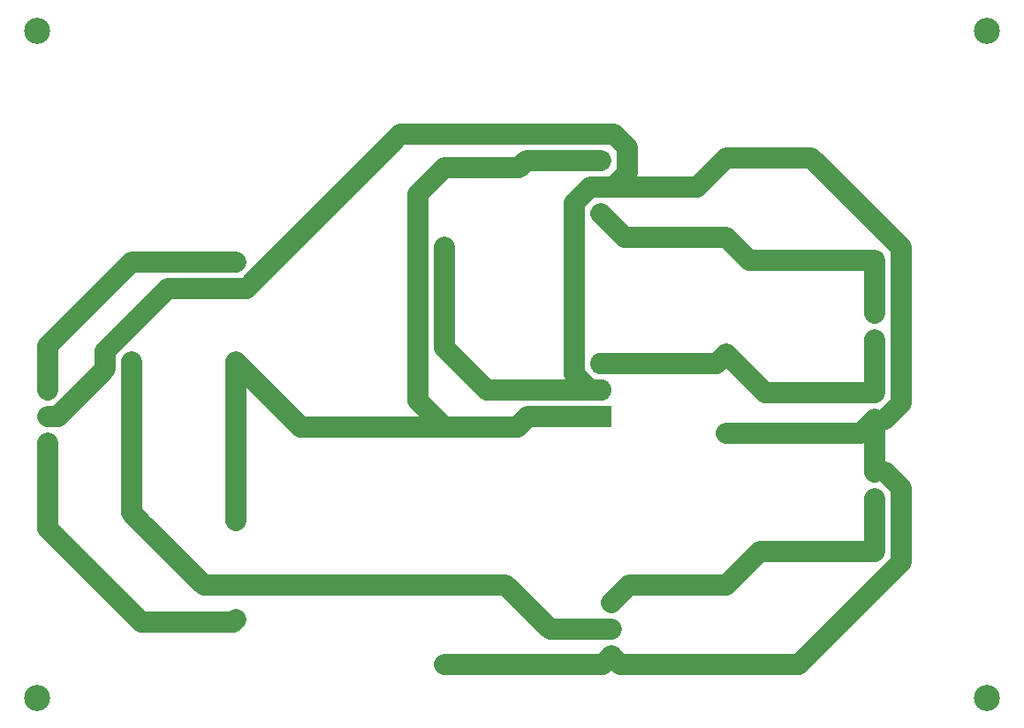
<source format=gbl>
G04*
G04 #@! TF.GenerationSoftware,Altium Limited,Altium Designer,23.0.1 (38)*
G04*
G04 Layer_Physical_Order=2*
G04 Layer_Color=16711680*
%FSLAX44Y44*%
%MOMM*%
G71*
G04*
G04 #@! TF.SameCoordinates,F02949BF-B442-4A25-BC58-536D77071835*
G04*
G04*
G04 #@! TF.FilePolarity,Positive*
G04*
G01*
G75*
%ADD17C,2.0500*%
%ADD18R,2.0500X2.0500*%
%ADD26C,1.6000*%
%ADD27R,1.6000X1.6000*%
%ADD28C,1.2000*%
%ADD29C,1.6500*%
%ADD30R,1.6500X1.6500*%
%ADD31C,1.5500*%
%ADD32R,1.6000X1.6000*%
%ADD33R,1.6000X1.6000*%
%ADD34C,1.6000*%
%ADD35C,2.5000*%
%ADD36C,2.0000*%
D17*
X570000Y350700D02*
D03*
Y325350D02*
D03*
D18*
Y300000D02*
D03*
D26*
Y494600D02*
D03*
Y520000D02*
D03*
X40000Y300000D02*
D03*
Y274600D02*
D03*
Y325400D02*
D03*
Y350800D02*
D03*
D27*
X570000Y545400D02*
D03*
D28*
X690000Y471900D02*
D03*
Y548100D02*
D03*
X420000Y538100D02*
D03*
Y461900D02*
D03*
X690000Y360000D02*
D03*
Y283800D02*
D03*
X420000Y290000D02*
D03*
Y366200D02*
D03*
X690000Y138100D02*
D03*
Y61900D02*
D03*
X420000Y138100D02*
D03*
Y61900D02*
D03*
D29*
X832300Y322700D02*
D03*
Y348100D02*
D03*
Y373500D02*
D03*
Y424300D02*
D03*
Y398900D02*
D03*
Y297300D02*
D03*
Y271900D02*
D03*
Y246500D02*
D03*
Y221100D02*
D03*
Y195700D02*
D03*
Y170300D02*
D03*
D30*
Y449700D02*
D03*
D31*
X220000Y352300D02*
D03*
Y447700D02*
D03*
X120000D02*
D03*
Y352300D02*
D03*
X220000Y200000D02*
D03*
Y104600D02*
D03*
X130000Y102300D02*
D03*
Y197700D02*
D03*
D32*
X40000Y249200D02*
D03*
D33*
X580000Y70000D02*
D03*
D34*
Y95400D02*
D03*
Y120800D02*
D03*
D35*
X30000Y670000D02*
D03*
Y30000D02*
D03*
X940000D02*
D03*
Y670000D02*
D03*
D36*
X818800Y283800D02*
X832300Y297300D01*
X690000Y283800D02*
X818800D01*
X832300Y271900D02*
Y297300D01*
Y246500D02*
Y271900D01*
X690000Y360000D02*
X727300Y322700D01*
X832300D01*
Y348100D02*
Y373500D01*
Y322700D02*
Y348100D01*
X857300Y312345D02*
Y462413D01*
X842255Y297300D02*
X857300Y312345D01*
X771613Y548100D02*
X857300Y462413D01*
X712200Y449700D02*
X832300D01*
X592700Y471900D02*
X690000D01*
X712200Y449700D01*
X832300Y398900D02*
Y424300D01*
Y449700D01*
X690000Y548100D02*
X771613D01*
X842255Y246500D02*
X857300Y231455D01*
Y159945D02*
Y231455D01*
X759255Y61900D02*
X857300Y159945D01*
X832300Y195700D02*
Y221100D01*
Y170300D02*
Y195700D01*
X581813Y520000D02*
X595000Y533187D01*
X581413Y519600D02*
X581813Y520000D01*
X661900D01*
X559645Y519600D02*
X581413D01*
X95000Y362655D02*
X155045Y422700D01*
X230355D01*
X378055Y570400D01*
X582213D01*
X595000Y557613D01*
Y533187D02*
Y557613D01*
X40000Y300000D02*
X49955D01*
X95000Y345045D02*
Y362655D01*
X544750Y504705D02*
X559645Y519600D01*
X544750Y340241D02*
X559546Y325446D01*
X544750Y340241D02*
Y504705D01*
X559546Y325446D02*
X569904D01*
X570000Y325350D01*
X49955Y300000D02*
X95000Y345045D01*
X395000Y315000D02*
Y513100D01*
X420000Y538100D01*
X395000Y315000D02*
X420000Y290000D01*
Y366200D02*
X460850Y325350D01*
X570000D01*
X490000Y290000D02*
X500000Y300000D01*
X570000D01*
X420000Y290000D02*
X490000D01*
X120000Y207700D02*
Y352300D01*
Y207700D02*
X130000Y197700D01*
X189600Y138100D02*
X420000D01*
X130000Y197700D02*
X189600Y138100D01*
X420000Y61900D02*
X571900D01*
X580000Y70000D01*
X420000Y138100D02*
X478650D01*
X521350Y95400D01*
X580000D01*
X597300Y138100D02*
X690000D01*
X580000Y120800D02*
X597300Y138100D01*
X580000Y70000D02*
X588100Y61900D01*
X690000D01*
X759255D01*
X722200Y170300D02*
X832300D01*
X690000Y138100D02*
X722200Y170300D01*
X680700Y350700D02*
X690000Y360000D01*
X570000Y350700D02*
X680700D01*
X570000Y494600D02*
X592700Y471900D01*
X282300Y290000D02*
X420000D01*
X661900Y520000D02*
X690000Y548100D01*
X491350Y538100D02*
X498650Y545400D01*
X570000D01*
X420000Y538100D02*
X491350D01*
X420000Y366200D02*
Y461900D01*
X220000Y352300D02*
X282300Y290000D01*
X220000Y200000D02*
Y352300D01*
X130000Y102300D02*
X217700D01*
X220000Y104600D01*
X40000Y192300D02*
X130000Y102300D01*
X40000Y192300D02*
Y249200D01*
Y274600D01*
X120000Y447700D02*
X220000D01*
X40000Y367700D02*
X120000Y447700D01*
X40000Y350800D02*
Y367700D01*
Y325400D02*
Y350800D01*
M02*

</source>
